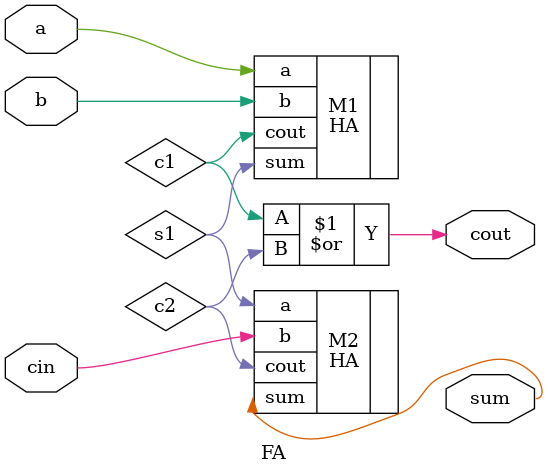
<source format=v>
`timescale 1ns / 1ps


module FA(a,b,cin,sum,cout); 
    input a,b;
    input cin; 
    output sum; 
    output cout; 
    
    wire s1,c1,c2;
    HA M1(.a(a),.b(b),.sum(s1),.cout(c1));
    HA M2(.a(s1),.b(cin),.sum(sum),.cout(c2));
    or(cout,c1,c2);  
    
    
    
endmodule

</source>
